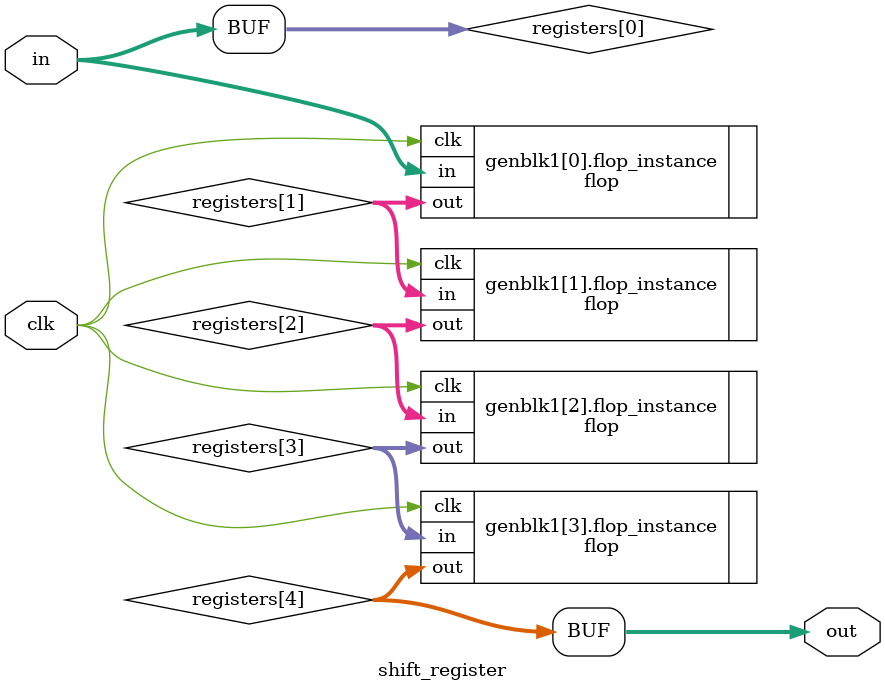
<source format=v>
module shift_register(clk, in, out);

    parameter WIDTH = 4;
    parameter DEPTH = 4;

    input clk;
    input [WIDTH-1:0] in;
    output [WIDTH-1:0] out;

    wire [WIDTH-1:0] registers [0:DEPTH];

    generate
        genvar i;
        assign registers[0] = in;
        for(i = 0; i< DEPTH; i = i+1) begin
            flop #(WIDTH) flop_instance (.clk(clk), .in(registers[i]), .out(registers[i+1]));
        end
        assign out = registers[DEPTH];
    endgenerate 

endmodule

</source>
